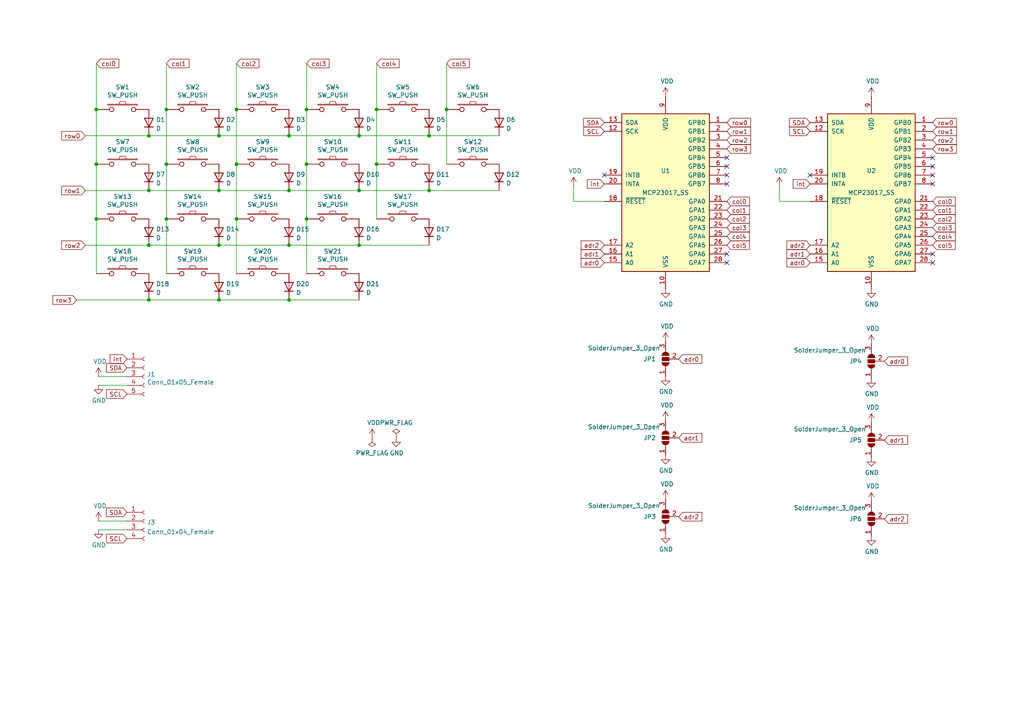
<source format=kicad_sch>
(kicad_sch (version 20211123) (generator eeschema)
  (paper "A4")
  (lib_symbols
    (symbol "Connector:Conn_01x04_Female" (pin_names (offset 1.016) hide)
      (property "Reference" "J" (at 0 5.08 0))
      (property "Value" "Conn_01x04_Female" (at 0 -7.62 0))
      (symbol "Conn_01x04_Female_1_1"
        (arc (start 0 -4.572) (mid -0.508 -5.08) (end 0 -5.588) (stroke (width 0.1524)))
        (arc (start 0 -2.032) (mid -0.508 -2.54) (end 0 -3.048) (stroke (width 0.1524)))
        (polyline (pts (xy -1.27 -5.08) (xy -0.508 -5.08)) (stroke (width 0.1524)))
        (polyline (pts (xy -1.27 -2.54) (xy -0.508 -2.54)) (stroke (width 0.1524)))
        (polyline (pts (xy -1.27 0) (xy -0.508 0)) (stroke (width 0.1524)))
        (polyline (pts (xy -1.27 2.54) (xy -0.508 2.54)) (stroke (width 0.1524)))
        (arc (start 0 0.508) (mid -0.508 0) (end 0 -0.508) (stroke (width 0.1524)))
        (arc (start 0 3.048) (mid -0.508 2.54) (end 0 2.032) (stroke (width 0.1524)))
        (pin passive line (at -5.08 2.54 0) (length 3.81) (name "Pin_1") (number "1"))
        (pin passive line (at -5.08 0 0) (length 3.81) (name "Pin_2") (number "2"))
        (pin passive line (at -5.08 -2.54 0) (length 3.81) (name "Pin_3") (number "3"))
        (pin passive line (at -5.08 -5.08 0) (length 3.81) (name "Pin_4") (number "4"))
      )
    )
    (symbol "Connector:Conn_01x05_Female" (pin_names (offset 1.016) hide)
      (property "Reference" "J" (at 0 7.62 0))
      (property "Value" "Conn_01x05_Female" (at 0 -7.62 0))
      (symbol "Conn_01x05_Female_1_1"
        (arc (start 0 -4.572) (mid -0.508 -5.08) (end 0 -5.588) (stroke (width 0.1524)))
        (arc (start 0 -2.032) (mid -0.508 -2.54) (end 0 -3.048) (stroke (width 0.1524)))
        (polyline (pts (xy -1.27 -5.08) (xy -0.508 -5.08)) (stroke (width 0.1524)))
        (polyline (pts (xy -1.27 -2.54) (xy -0.508 -2.54)) (stroke (width 0.1524)))
        (polyline (pts (xy -1.27 0) (xy -0.508 0)) (stroke (width 0.1524)))
        (polyline (pts (xy -1.27 2.54) (xy -0.508 2.54)) (stroke (width 0.1524)))
        (polyline (pts (xy -1.27 5.08) (xy -0.508 5.08)) (stroke (width 0.1524)))
        (arc (start 0 0.508) (mid -0.508 0) (end 0 -0.508) (stroke (width 0.1524)))
        (arc (start 0 3.048) (mid -0.508 2.54) (end 0 2.032) (stroke (width 0.1524)))
        (arc (start 0 5.588) (mid -0.508 5.08) (end 0 4.572) (stroke (width 0.1524)))
        (pin passive line (at -5.08 5.08 0) (length 3.81) (name "Pin_1") (number "1"))
        (pin passive line (at -5.08 2.54 0) (length 3.81) (name "Pin_2") (number "2"))
        (pin passive line (at -5.08 0 0) (length 3.81) (name "Pin_3") (number "3"))
        (pin passive line (at -5.08 -2.54 0) (length 3.81) (name "Pin_4") (number "4"))
        (pin passive line (at -5.08 -5.08 0) (length 3.81) (name "Pin_5") (number "5"))
      )
    )
    (symbol "Device:D" (pin_numbers hide) (pin_names (offset 1.016) hide)
      (property "Reference" "D" (at 0 2.54 0))
      (property "Value" "D" (at 0 -2.54 0))
      (symbol "D_0_1"
        (polyline (pts (xy -1.27 1.27) (xy -1.27 -1.27)) (stroke (width 0.254)))
        (polyline (pts (xy 1.27 0) (xy -1.27 0)))
        (polyline (pts (xy 1.27 1.27) (xy 1.27 -1.27) (xy -1.27 0) (xy 1.27 1.27)) (stroke (width 0.254)))
      )
      (symbol "D_1_1"
        (pin passive line (at -3.81 0 0) (length 2.54) (name "K") (number "1"))
        (pin passive line (at 3.81 0 180) (length 2.54) (name "A") (number "2"))
      )
    )
    (symbol "Interface_Expansion:MCP23017_SS" (pin_names (offset 1.016))
      (property "Reference" "U" (at -11.43 24.13 0))
      (property "Value" "MCP23017_SS" (at 0 0 0))
      (symbol "MCP23017_SS_0_1"
        (rectangle (start -12.7 22.86) (end 12.7 -22.86) (stroke (width 0.254)) (fill (type background)))
      )
      (symbol "MCP23017_SS_1_1"
        (pin bidirectional line (at 17.78 20.32 180) (length 5.08) (name "GPB0") (number "1"))
        (pin power_in line (at 0 -27.94 90) (length 5.08) (name "VSS") (number "10"))
        (pin no_connect line (at -12.7 15.24 0) (length 5.08) hide (name "NC") (number "11"))
        (pin input line (at -17.78 17.78 0) (length 5.08) (name "SCK") (number "12"))
        (pin bidirectional line (at -17.78 20.32 0) (length 5.08) (name "SDA") (number "13"))
        (pin no_connect line (at -12.7 12.7 0) (length 5.08) hide (name "NC") (number "14"))
        (pin input line (at -17.78 -20.32 0) (length 5.08) (name "A0") (number "15"))
        (pin input line (at -17.78 -17.78 0) (length 5.08) (name "A1") (number "16"))
        (pin input line (at -17.78 -15.24 0) (length 5.08) (name "A2") (number "17"))
        (pin input line (at -17.78 -2.54 0) (length 5.08) (name "~{RESET}") (number "18"))
        (pin tri_state line (at -17.78 5.08 0) (length 5.08) (name "INTB") (number "19"))
        (pin bidirectional line (at 17.78 17.78 180) (length 5.08) (name "GPB1") (number "2"))
        (pin tri_state line (at -17.78 2.54 0) (length 5.08) (name "INTA") (number "20"))
        (pin bidirectional line (at 17.78 -2.54 180) (length 5.08) (name "GPA0") (number "21"))
        (pin bidirectional line (at 17.78 -5.08 180) (length 5.08) (name "GPA1") (number "22"))
        (pin bidirectional line (at 17.78 -7.62 180) (length 5.08) (name "GPA2") (number "23"))
        (pin bidirectional line (at 17.78 -10.16 180) (length 5.08) (name "GPA3") (number "24"))
        (pin bidirectional line (at 17.78 -12.7 180) (length 5.08) (name "GPA4") (number "25"))
        (pin bidirectional line (at 17.78 -15.24 180) (length 5.08) (name "GPA5") (number "26"))
        (pin bidirectional line (at 17.78 -17.78 180) (length 5.08) (name "GPA6") (number "27"))
        (pin bidirectional line (at 17.78 -20.32 180) (length 5.08) (name "GPA7") (number "28"))
        (pin bidirectional line (at 17.78 15.24 180) (length 5.08) (name "GPB2") (number "3"))
        (pin bidirectional line (at 17.78 12.7 180) (length 5.08) (name "GPB3") (number "4"))
        (pin bidirectional line (at 17.78 10.16 180) (length 5.08) (name "GPB4") (number "5"))
        (pin bidirectional line (at 17.78 7.62 180) (length 5.08) (name "GPB5") (number "6"))
        (pin bidirectional line (at 17.78 5.08 180) (length 5.08) (name "GPB6") (number "7"))
        (pin bidirectional line (at 17.78 2.54 180) (length 5.08) (name "GPB7") (number "8"))
        (pin power_in line (at 0 27.94 270) (length 5.08) (name "VDD") (number "9"))
      )
    )
    (symbol "Jumper:SolderJumper_3_Open" (pin_names (offset 0) hide)
      (property "Reference" "JP" (at -2.54 -2.54 0))
      (property "Value" "SolderJumper_3_Open" (at 0 2.794 0))
      (symbol "SolderJumper_3_Open_0_1"
        (arc (start -1.016 1.016) (mid -2.032 0) (end -1.016 -1.016))
        (arc (start -1.016 1.016) (mid -2.032 0) (end -1.016 -1.016) (fill (type outline)))
        (rectangle (start -0.508 1.016) (end 0.508 -1.016) (fill (type outline)))
        (polyline (pts (xy -2.54 0) (xy -2.032 0)))
        (polyline (pts (xy -1.016 1.016) (xy -1.016 -1.016)))
        (polyline (pts (xy 0 -1.27) (xy 0 -1.016)))
        (polyline (pts (xy 1.016 1.016) (xy 1.016 -1.016)))
        (polyline (pts (xy 2.54 0) (xy 2.032 0)))
        (arc (start 1.016 -1.016) (mid 2.032 0) (end 1.016 1.016))
        (arc (start 1.016 -1.016) (mid 2.032 0) (end 1.016 1.016) (fill (type outline)))
      )
      (symbol "SolderJumper_3_Open_1_1"
        (pin passive line (at -5.08 0 0) (length 2.54) (name "A") (number "1"))
        (pin passive line (at 0 -3.81 90) (length 2.54) (name "C") (number "2"))
        (pin passive line (at 5.08 0 180) (length 2.54) (name "B") (number "3"))
      )
    )
    (symbol "mammoth:SW_PUSH" (pin_numbers hide) (pin_names (offset 1.016) hide)
      (property "Reference" "SW" (at 3.81 2.794 0))
      (property "Value" "SW_PUSH" (at 0 -2.032 0))
      (symbol "SW_PUSH_0_1"
        (rectangle (start -4.318 1.27) (end 4.318 1.524))
        (polyline (pts (xy -1.016 1.524) (xy -0.762 2.286) (xy 0.762 2.286) (xy 1.016 1.524)))
        (pin passive inverted (at -7.62 0 0) (length 5.08) (name "1") (number "1"))
        (pin passive inverted (at 7.62 0 180) (length 5.08) (name "2") (number "2"))
      )
    )
    (symbol "power:GND" (power) (pin_names (offset 0))
      (property "Value" "GND" (at 0 -3.81 0))
      (symbol "GND_0_1"
        (polyline (pts (xy 0 0) (xy 0 -1.27) (xy 1.27 -1.27) (xy 0 -2.54) (xy -1.27 -1.27) (xy 0 -1.27)))
      )
      (symbol "GND_1_1"
        (pin power_in line (at 0 0 270) (length 0) hide (name "GND") (number "1"))
      )
    )
    (symbol "power:PWR_FLAG" (power) (pin_numbers hide) (pin_names (offset 0) hide)
      (property "Value" "PWR_FLAG" (at 0 3.81 0))
      (symbol "PWR_FLAG_0_0"
        (pin power_out line (at 0 0 90) (length 0) (name "pwr") (number "1"))
      )
      (symbol "PWR_FLAG_0_1"
        (polyline (pts (xy 0 0) (xy 0 1.27) (xy -1.016 1.905) (xy 0 2.54) (xy 1.016 1.905) (xy 0 1.27)))
      )
    )
    (symbol "power:VDD" (power) (pin_names (offset 0))
      (property "Value" "VDD" (at 0 3.81 0))
      (symbol "VDD_0_1"
        (polyline (pts (xy -0.762 1.27) (xy 0 2.54)))
        (polyline (pts (xy 0 0) (xy 0 2.54)))
        (polyline (pts (xy 0 2.54) (xy 0.762 1.27)))
      )
      (symbol "VDD_1_1"
        (pin power_in line (at 0 0 90) (length 0) hide (name "VDD") (number "1"))
      )
    )
  )
  (junction (at 48.26 31.75))
  (junction (at 63.5 55.245))
  (junction (at 63.5 86.995))
  (junction (at 104.14 55.245))
  (junction (at 104.14 39.37))
  (junction (at 68.58 63.5))
  (junction (at 68.58 47.625))
  (junction (at 83.82 39.37))
  (junction (at 104.14 71.12))
  (junction (at 48.26 47.625))
  (junction (at 43.18 39.37))
  (junction (at 27.94 47.625))
  (junction (at 48.26 63.5))
  (junction (at 88.9 31.75))
  (junction (at 83.82 55.245))
  (junction (at 109.22 47.625))
  (junction (at 43.18 71.12))
  (junction (at 27.94 63.5))
  (junction (at 109.22 31.75))
  (junction (at 124.46 55.245))
  (junction (at 27.94 31.75))
  (junction (at 43.18 86.995))
  (junction (at 63.5 39.37))
  (junction (at 124.46 39.37))
  (junction (at 83.82 71.12))
  (junction (at 68.58 31.75))
  (junction (at 63.5 71.12))
  (junction (at 43.18 55.245))
  (junction (at 88.9 63.5))
  (junction (at 83.82 86.995))
  (junction (at 129.54 31.75))
  (junction (at 88.9 47.625))
  (no_connect (at 270.51 50.8))
  (no_connect (at 270.51 73.66))
  (no_connect (at 210.82 73.66))
  (no_connect (at 210.82 76.2))
  (no_connect (at 210.82 45.72))
  (no_connect (at 210.82 48.26))
  (no_connect (at 210.82 50.8))
  (no_connect (at 210.82 53.34))
  (no_connect (at 270.51 45.72))
  (no_connect (at 270.51 53.34))
  (no_connect (at 270.51 76.2))
  (no_connect (at 270.51 48.26))
  (no_connect (at 234.95 50.8))
  (no_connect (at 175.26 50.8))
  (wire (pts (xy 68.58 47.625) (xy 68.58 63.5)))
  (wire (pts (xy 124.46 39.37) (xy 144.78 39.37)))
  (wire (pts (xy 104.14 71.12) (xy 124.46 71.12)))
  (wire (pts (xy 63.5 71.12) (xy 83.82 71.12)))
  (wire (pts (xy 68.58 18.415) (xy 68.58 31.75)))
  (wire (pts (xy 27.94 47.625) (xy 27.94 63.5)))
  (wire (pts (xy 27.94 63.5) (xy 27.94 79.375)))
  (wire (pts (xy 124.46 55.245) (xy 144.78 55.245)))
  (wire (pts (xy 27.94 18.415) (xy 27.94 31.75)))
  (wire (pts (xy 63.5 39.37) (xy 83.82 39.37)))
  (wire (pts (xy 68.58 31.75) (xy 68.58 47.625)))
  (wire (pts (xy 88.9 47.625) (xy 88.9 63.5)))
  (wire (pts (xy 24.765 39.37) (xy 43.18 39.37)))
  (wire (pts (xy 48.26 47.625) (xy 48.26 63.5)))
  (wire (pts (xy 63.5 86.995) (xy 83.82 86.995)))
  (wire (pts (xy 63.5 55.245) (xy 83.82 55.245)))
  (wire (pts (xy 129.54 31.75) (xy 129.54 47.625)))
  (wire (pts (xy 109.22 31.75) (xy 109.22 47.625)))
  (wire (pts (xy 24.765 71.12) (xy 43.18 71.12)))
  (wire (pts (xy 43.18 71.12) (xy 63.5 71.12)))
  (wire (pts (xy 226.06 53.975) (xy 226.06 58.42)))
  (wire (pts (xy 48.26 63.5) (xy 48.26 79.375)))
  (wire (pts (xy 27.94 31.75) (xy 27.94 47.625)))
  (wire (pts (xy 28.575 151.13) (xy 36.83 151.13)))
  (wire (pts (xy 109.22 47.625) (xy 109.22 63.5)))
  (wire (pts (xy 88.9 63.5) (xy 88.9 79.375)))
  (wire (pts (xy 48.26 31.75) (xy 48.26 47.625)))
  (wire (pts (xy 28.575 109.22) (xy 36.83 109.22)))
  (wire (pts (xy 83.82 86.995) (xy 104.14 86.995)))
  (wire (pts (xy 24.765 55.245) (xy 43.18 55.245)))
  (wire (pts (xy 22.225 86.995) (xy 43.18 86.995)))
  (wire (pts (xy 43.18 55.245) (xy 63.5 55.245)))
  (wire (pts (xy 48.26 18.415) (xy 48.26 31.75)))
  (wire (pts (xy 234.95 58.42) (xy 226.06 58.42)))
  (wire (pts (xy 104.14 39.37) (xy 124.46 39.37)))
  (wire (pts (xy 88.9 31.75) (xy 88.9 47.625)))
  (wire (pts (xy 104.14 55.245) (xy 124.46 55.245)))
  (wire (pts (xy 28.575 153.67) (xy 36.83 153.67)))
  (wire (pts (xy 166.37 53.975) (xy 166.37 58.42)))
  (wire (pts (xy 88.9 18.415) (xy 88.9 31.75)))
  (wire (pts (xy 83.82 71.12) (xy 104.14 71.12)))
  (wire (pts (xy 83.82 55.245) (xy 104.14 55.245)))
  (wire (pts (xy 109.22 18.415) (xy 109.22 31.75)))
  (wire (pts (xy 175.26 58.42) (xy 166.37 58.42)))
  (wire (pts (xy 68.58 63.5) (xy 68.58 79.375)))
  (wire (pts (xy 43.18 86.995) (xy 63.5 86.995)))
  (wire (pts (xy 129.54 18.415) (xy 129.54 31.75)))
  (wire (pts (xy 28.575 111.76) (xy 36.83 111.76)))
  (wire (pts (xy 43.18 39.37) (xy 63.5 39.37)))
  (wire (pts (xy 83.82 39.37) (xy 104.14 39.37)))
  (global_label "int" (shape input) (at 36.83 104.14 180) (property "シート間のリファレンス" "${INTERSHEET_REFS}" (effects hide)))
  (global_label "row3" (shape input) (at 210.82 43.18 0) (property "シート間のリファレンス" "${INTERSHEET_REFS}" (effects hide)))
  (global_label "SDA" (shape input) (at 234.95 35.56 180) (property "シート間のリファレンス" "${INTERSHEET_REFS}" (effects hide)))
  (global_label "col3" (shape input) (at 270.51 66.04 0) (property "シート間のリファレンス" "${INTERSHEET_REFS}" (effects hide)))
  (global_label "SDA" (shape input) (at 175.26 35.56 180) (property "シート間のリファレンス" "${INTERSHEET_REFS}" (effects hide)))
  (global_label "adr1" (shape input) (at 234.95 73.66 180) (property "シート間のリファレンス" "${INTERSHEET_REFS}" (effects hide)))
  (global_label "row0" (shape input) (at 24.765 39.37 180) (property "シート間のリファレンス" "${INTERSHEET_REFS}" (effects hide)))
  (global_label "adr2" (shape input) (at 234.95 71.12 180) (property "シート間のリファレンス" "${INTERSHEET_REFS}" (effects hide)))
  (global_label "SCL" (shape input) (at 175.26 38.1 180) (property "シート間のリファレンス" "${INTERSHEET_REFS}" (effects hide)))
  (global_label "col5" (shape input) (at 129.54 18.415 0) (property "シート間のリファレンス" "${INTERSHEET_REFS}" (effects hide)))
  (global_label "col4" (shape input) (at 210.82 68.58 0) (property "シート間のリファレンス" "${INTERSHEET_REFS}" (effects hide)))
  (global_label "col3" (shape input) (at 210.82 66.04 0) (property "シート間のリファレンス" "${INTERSHEET_REFS}" (effects hide)))
  (global_label "col2" (shape input) (at 270.51 63.5 0) (property "シート間のリファレンス" "${INTERSHEET_REFS}" (effects hide)))
  (global_label "adr2" (shape input) (at 196.85 149.86 0) (property "シート間のリファレンス" "${INTERSHEET_REFS}" (effects hide)))
  (global_label "SCL" (shape input) (at 36.83 156.21 180) (property "シート間のリファレンス" "${INTERSHEET_REFS}" (effects hide)))
  (global_label "row2" (shape input) (at 24.765 71.12 180) (property "シート間のリファレンス" "${INTERSHEET_REFS}" (effects hide)))
  (global_label "col1" (shape input) (at 48.26 18.415 0) (property "シート間のリファレンス" "${INTERSHEET_REFS}" (effects hide)))
  (global_label "row1" (shape input) (at 24.765 55.245 180) (property "シート間のリファレンス" "${INTERSHEET_REFS}" (effects hide)))
  (global_label "col2" (shape input) (at 68.58 18.415 0) (property "シート間のリファレンス" "${INTERSHEET_REFS}" (effects hide)))
  (global_label "SCL" (shape input) (at 234.95 38.1 180) (property "シート間のリファレンス" "${INTERSHEET_REFS}" (effects hide)))
  (global_label "adr2" (shape input) (at 256.54 150.495 0) (property "シート間のリファレンス" "${INTERSHEET_REFS}" (effects hide)))
  (global_label "adr0" (shape input) (at 256.54 104.775 0) (property "シート間のリファレンス" "${INTERSHEET_REFS}" (effects hide)))
  (global_label "col0" (shape input) (at 27.94 18.415 0) (property "シート間のリファレンス" "${INTERSHEET_REFS}" (effects hide)))
  (global_label "adr0" (shape input) (at 175.26 76.2 180) (property "シート間のリファレンス" "${INTERSHEET_REFS}" (effects hide)))
  (global_label "adr0" (shape input) (at 196.85 104.14 0) (property "シート間のリファレンス" "${INTERSHEET_REFS}" (effects hide)))
  (global_label "adr2" (shape input) (at 175.26 71.12 180) (property "シート間のリファレンス" "${INTERSHEET_REFS}" (effects hide)))
  (global_label "col0" (shape input) (at 210.82 58.42 0) (property "シート間のリファレンス" "${INTERSHEET_REFS}" (effects hide)))
  (global_label "adr0" (shape input) (at 234.95 76.2 180) (property "シート間のリファレンス" "${INTERSHEET_REFS}" (effects hide)))
  (global_label "row3" (shape input) (at 270.51 43.18 0) (property "シート間のリファレンス" "${INTERSHEET_REFS}" (effects hide)))
  (global_label "row0" (shape input) (at 270.51 35.56 0) (property "シート間のリファレンス" "${INTERSHEET_REFS}" (effects hide)))
  (global_label "int" (shape input) (at 234.95 53.34 180) (property "シート間のリファレンス" "${INTERSHEET_REFS}" (effects hide)))
  (global_label "row2" (shape input) (at 270.51 40.64 0) (property "シート間のリファレンス" "${INTERSHEET_REFS}" (effects hide)))
  (global_label "row3" (shape input) (at 22.225 86.995 180) (property "シート間のリファレンス" "${INTERSHEET_REFS}" (effects hide)))
  (global_label "col5" (shape input) (at 210.82 71.12 0) (property "シート間のリファレンス" "${INTERSHEET_REFS}" (effects hide)))
  (global_label "col3" (shape input) (at 88.9 18.415 0) (property "シート間のリファレンス" "${INTERSHEET_REFS}" (effects hide)))
  (global_label "adr1" (shape input) (at 256.54 127.635 0) (property "シート間のリファレンス" "${INTERSHEET_REFS}" (effects hide)))
  (global_label "SDA" (shape input) (at 36.83 148.59 180) (property "シート間のリファレンス" "${INTERSHEET_REFS}" (effects hide)))
  (global_label "row2" (shape input) (at 210.82 40.64 0) (property "シート間のリファレンス" "${INTERSHEET_REFS}" (effects hide)))
  (global_label "row1" (shape input) (at 210.82 38.1 0) (property "シート間のリファレンス" "${INTERSHEET_REFS}" (effects hide)))
  (global_label "col4" (shape input) (at 109.22 18.415 0) (property "シート間のリファレンス" "${INTERSHEET_REFS}" (effects hide)))
  (global_label "col4" (shape input) (at 270.51 68.58 0) (property "シート間のリファレンス" "${INTERSHEET_REFS}" (effects hide)))
  (global_label "col1" (shape input) (at 210.82 60.96 0) (property "シート間のリファレンス" "${INTERSHEET_REFS}" (effects hide)))
  (global_label "col2" (shape input) (at 210.82 63.5 0) (property "シート間のリファレンス" "${INTERSHEET_REFS}" (effects hide)))
  (global_label "adr1" (shape input) (at 175.26 73.66 180) (property "シート間のリファレンス" "${INTERSHEET_REFS}" (effects hide)))
  (global_label "col1" (shape input) (at 270.51 60.96 0) (property "シート間のリファレンス" "${INTERSHEET_REFS}" (effects hide)))
  (global_label "row0" (shape input) (at 210.82 35.56 0) (property "シート間のリファレンス" "${INTERSHEET_REFS}" (effects hide)))
  (global_label "SCL" (shape input) (at 36.83 114.3 180) (property "シート間のリファレンス" "${INTERSHEET_REFS}" (effects hide)))
  (global_label "col5" (shape input) (at 270.51 71.12 0) (property "シート間のリファレンス" "${INTERSHEET_REFS}" (effects hide)))
  (global_label "SDA" (shape input) (at 36.83 106.68 180) (property "シート間のリファレンス" "${INTERSHEET_REFS}" (effects hide)))
  (global_label "adr1" (shape input) (at 196.85 127 0) (property "シート間のリファレンス" "${INTERSHEET_REFS}" (effects hide)))
  (global_label "int" (shape input) (at 175.26 53.34 180) (property "シート間のリファレンス" "${INTERSHEET_REFS}" (effects hide)))
  (global_label "row1" (shape input) (at 270.51 38.1 0) (property "シート間のリファレンス" "${INTERSHEET_REFS}" (effects hide)))
  (global_label "col0" (shape input) (at 270.51 58.42 0) (property "シート間のリファレンス" "${INTERSHEET_REFS}" (effects hide)))
  (symbol (lib_id "mammoth:SW_PUSH") (at 35.56 31.75 0) (unit 1)
    (property "Reference" "SW1" (at 35.56 25.273 0))
    (property "Value" "SW_PUSH" (at 35.56 27.5844 0))
    (property "Footprint" "mammoth:MX_Hotswap_R_1u" (effects hide))
  )
  (symbol (lib_id "mammoth:SW_PUSH") (at 55.88 31.75 0) (unit 1)
    (property "Reference" "SW2" (at 55.88 25.273 0))
    (property "Value" "SW_PUSH" (at 55.88 27.5844 0))
    (property "Footprint" "mammoth:MX_Hotswap_R_1u" (effects hide))
  )
  (symbol (lib_id "mammoth:SW_PUSH") (at 76.2 31.75 0) (unit 1)
    (property "Reference" "SW3" (at 76.2 25.273 0))
    (property "Value" "SW_PUSH" (at 76.2 27.5844 0))
    (property "Footprint" "mammoth:MX_Hotswap_R_1u" (effects hide))
  )
  (symbol (lib_id "mammoth:SW_PUSH") (at 96.52 31.75 0) (unit 1)
    (property "Reference" "SW4" (at 96.52 25.273 0))
    (property "Value" "SW_PUSH" (at 96.52 27.5844 0))
    (property "Footprint" "mammoth:MX_Hotswap_R_1u" (effects hide))
  )
  (symbol (lib_id "mammoth:SW_PUSH") (at 116.84 31.75 0) (unit 1)
    (property "Reference" "SW5" (at 116.84 25.273 0))
    (property "Value" "SW_PUSH" (at 116.84 27.5844 0))
    (property "Footprint" "mammoth:MX_Hotswap_R_1u" (effects hide))
  )
  (symbol (lib_id "mammoth:SW_PUSH") (at 137.16 31.75 0) (unit 1)
    (property "Reference" "SW6" (at 137.16 25.273 0))
    (property "Value" "SW_PUSH" (at 137.16 27.5844 0))
    (property "Footprint" "mammoth:MX_Hotswap_R_1u" (effects hide))
  )
  (symbol (lib_id "mammoth:SW_PUSH") (at 35.56 47.625 0) (unit 1)
    (property "Reference" "SW7" (at 35.56 41.148 0))
    (property "Value" "SW_PUSH" (at 35.56 43.4594 0))
    (property "Footprint" "mammoth:MX_Hotswap_R_1u" (effects hide))
  )
  (symbol (lib_id "mammoth:SW_PUSH") (at 55.88 47.625 0) (unit 1)
    (property "Reference" "SW8" (at 55.88 41.148 0))
    (property "Value" "SW_PUSH" (at 55.88 43.4594 0))
    (property "Footprint" "mammoth:MX_Hotswap_R_1u" (effects hide))
  )
  (symbol (lib_id "mammoth:SW_PUSH") (at 76.2 47.625 0) (unit 1)
    (property "Reference" "SW9" (at 76.2 41.148 0))
    (property "Value" "SW_PUSH" (at 76.2 43.4594 0))
    (property "Footprint" "mammoth:MX_Hotswap_R_1u" (effects hide))
  )
  (symbol (lib_id "mammoth:SW_PUSH") (at 96.52 47.625 0) (unit 1)
    (property "Reference" "SW10" (at 96.52 41.148 0))
    (property "Value" "SW_PUSH" (at 96.52 43.4594 0))
    (property "Footprint" "mammoth:MX_Hotswap_R_1u" (effects hide))
  )
  (symbol (lib_id "mammoth:SW_PUSH") (at 116.84 47.625 0) (unit 1)
    (property "Reference" "SW11" (at 116.84 41.148 0))
    (property "Value" "SW_PUSH" (at 116.84 43.4594 0))
    (property "Footprint" "mammoth:MX_Hotswap_R_1u" (effects hide))
  )
  (symbol (lib_id "mammoth:SW_PUSH") (at 137.16 47.625 0) (unit 1)
    (property "Reference" "SW12" (at 137.16 41.148 0))
    (property "Value" "SW_PUSH" (at 137.16 43.4594 0))
    (property "Footprint" "mammoth:MX_Hotswap_R_1u" (effects hide))
  )
  (symbol (lib_id "mammoth:SW_PUSH") (at 35.56 63.5 0) (unit 1)
    (property "Reference" "SW13" (at 35.56 57.023 0))
    (property "Value" "SW_PUSH" (at 35.56 59.3344 0))
    (property "Footprint" "mammoth:MX_Hotswap_R_1u" (effects hide))
  )
  (symbol (lib_id "mammoth:SW_PUSH") (at 55.88 63.5 0) (unit 1)
    (property "Reference" "SW14" (at 55.88 57.023 0))
    (property "Value" "SW_PUSH" (at 55.88 59.3344 0))
    (property "Footprint" "mammoth:MX_Hotswap_R_1u" (effects hide))
  )
  (symbol (lib_id "mammoth:SW_PUSH") (at 76.2 63.5 0) (unit 1)
    (property "Reference" "SW15" (at 76.2 57.023 0))
    (property "Value" "SW_PUSH" (at 76.2 59.3344 0))
    (property "Footprint" "mammoth:MX_Hotswap_R_1u" (effects hide))
  )
  (symbol (lib_id "mammoth:SW_PUSH") (at 96.52 63.5 0) (unit 1)
    (property "Reference" "SW16" (at 96.52 57.023 0))
    (property "Value" "SW_PUSH" (at 96.52 59.3344 0))
    (property "Footprint" "mammoth:MX_Hotswap_R_1u" (effects hide))
  )
  (symbol (lib_id "mammoth:SW_PUSH") (at 116.84 63.5 0) (unit 1)
    (property "Reference" "SW17" (at 116.84 57.023 0))
    (property "Value" "SW_PUSH" (at 116.84 59.3344 0))
    (property "Footprint" "mammoth:MX_Hotswap_R_1u" (effects hide))
  )
  (symbol (lib_id "mammoth:SW_PUSH") (at 35.56 79.375 0) (unit 1)
    (property "Reference" "SW18" (at 35.56 72.898 0))
    (property "Value" "SW_PUSH" (at 35.56 75.2094 0))
    (property "Footprint" "mammoth:MX_Hotswap_R_1u" (effects hide))
  )
  (symbol (lib_id "mammoth:SW_PUSH") (at 55.88 79.375 0) (unit 1)
    (property "Reference" "SW19" (at 55.88 72.898 0))
    (property "Value" "SW_PUSH" (at 55.88 75.2094 0))
    (property "Footprint" "mammoth:MX_Hotswap_R_1u" (effects hide))
  )
  (symbol (lib_id "mammoth:SW_PUSH") (at 76.2 79.375 0) (unit 1)
    (property "Reference" "SW20" (at 76.2 72.898 0))
    (property "Value" "SW_PUSH" (at 76.2 75.2094 0))
    (property "Footprint" "mammoth:MX_Hotswap_R_1u" (effects hide))
  )
  (symbol (lib_id "mammoth:SW_PUSH") (at 96.52 79.375 0) (unit 1)
    (property "Reference" "SW21" (at 96.52 72.898 0))
    (property "Value" "SW_PUSH" (at 96.52 75.2094 0))
    (property "Footprint" "mammoth:MX_Hotswap_R_1u" (effects hide))
  )
  (symbol (lib_id "power:GND") (at 193.04 83.82 0) (unit 1)
    (property "Reference" "#PWR028" (effects hide))
    (property "Value" "GND" (at 193.167 88.2142 0))
  )
  (symbol (lib_id "power:VDD") (at 193.04 27.94 0) (unit 1)
    (property "Reference" "#PWR01" (effects hide))
    (property "Value" "VDD" (at 193.4718 23.5458 0))
  )
  (symbol (lib_id "power:VDD") (at 166.37 53.975 0) (unit 1)
    (property "Reference" "#PWR015" (effects hide))
    (property "Value" "VDD" (at 166.8018 49.5808 0))
  )
  (symbol (lib_id "power:VDD") (at 107.95 127 0) (unit 1)
    (property "Reference" "#PWR030" (effects hide))
    (property "Value" "VDD" (at 108.3818 122.6058 0))
  )
  (symbol (lib_id "power:GND") (at 114.935 127 0) (unit 1)
    (property "Reference" "#PWR031" (effects hide))
    (property "Value" "GND" (at 115.062 131.3942 0))
  )
  (symbol (lib_id "power:PWR_FLAG") (at 114.935 127 0) (unit 1)
    (property "Reference" "#FLG02" (effects hide))
    (property "Value" "PWR_FLAG" (at 114.935 122.6058 0))
  )
  (symbol (lib_id "power:PWR_FLAG") (at 107.95 127 180) (unit 1)
    (property "Reference" "#FLG01" (effects hide))
    (property "Value" "PWR_FLAG" (at 107.95 131.3942 0))
  )
  (symbol (lib_id "Interface_Expansion:MCP23017_SS") (at 193.04 55.88 0) (unit 1)
    (property "Reference" "U1" (at 193.04 49.53 0))
    (property "Value" "MCP23017_SS" (at 193.04 55.88 0))
    (property "Footprint" "Package_SO:SSOP-28_5.3x10.2mm_P0.65mm" (effects hide))
    (property "Datasheet" "http://ww1.microchip.com/downloads/en/DeviceDoc/20001952C.pdf" (effects hide))
  )
  (symbol (lib_id "Connector:Conn_01x05_Female") (at 41.91 109.22 0) (unit 1)
    (property "Reference" "J1" (at 42.6212 108.5596 0) (effects (justify left)))
    (property "Value" "Conn_01x05_Female" (at 42.6212 110.871 0) (effects (justify left)))
    (property "Footprint" "mammoth:JST_ACH_BM05B-ACHSS-A-GAN-ETF_1x05-1MP_P1.20mm_Vertical_rev" (effects hide))
  )
  (symbol (lib_id "power:GND") (at 28.575 111.76 0) (unit 1)
    (property "Reference" "#PWR035" (effects hide))
    (property "Value" "GND" (at 28.702 116.1542 0))
  )
  (symbol (lib_id "power:VDD") (at 28.575 109.22 0) (unit 1)
    (property "Reference" "#PWR034" (effects hide))
    (property "Value" "VDD" (at 29.0068 104.8258 0))
  )
  (symbol (lib_id "power:GND") (at 252.73 109.855 0) (unit 1)
    (property "Reference" "#PWR08" (effects hide))
    (property "Value" "GND" (at 252.857 114.2492 0))
  )
  (symbol (lib_id "Device:D") (at 83.82 35.56 90) (unit 1)
    (property "Reference" "D3" (at 85.852 34.7253 90) (effects (justify right)))
    (property "Value" "D" (at 85.852 37.2622 90) (effects (justify right)))
    (property "Footprint" "mammoth:D_SOD-323_HandSoldering_rev" (effects hide))
  )
  (symbol (lib_id "Device:D") (at 104.14 35.56 90) (unit 1)
    (property "Reference" "D4" (at 106.172 34.7253 90) (effects (justify right)))
    (property "Value" "D" (at 106.172 37.2622 90) (effects (justify right)))
    (property "Footprint" "mammoth:D_SOD-323_HandSoldering_rev" (effects hide))
  )
  (symbol (lib_id "Device:D") (at 43.18 83.185 90) (unit 1)
    (property "Reference" "D18" (at 45.212 82.3503 90) (effects (justify right)))
    (property "Value" "D" (at 45.212 84.8872 90) (effects (justify right)))
    (property "Footprint" "mammoth:D_SOD-323_HandSoldering_rev" (effects hide))
  )
  (symbol (lib_id "Device:D") (at 43.18 67.31 90) (unit 1)
    (property "Reference" "D13" (at 45.212 66.4753 90) (effects (justify right)))
    (property "Value" "D" (at 45.212 69.0122 90) (effects (justify right)))
    (property "Footprint" "mammoth:D_SOD-323_HandSoldering_rev" (effects hide))
  )
  (symbol (lib_id "Jumper:SolderJumper_3_Open") (at 193.04 104.14 90) (unit 1)
    (property "Reference" "JP1" (at 188.4512 104.14 90))
    (property "Value" "SolderJumper_3_Open" (at 180.975 100.965 90))
    (property "Footprint" "Jumper:SolderJumper-3_P1.3mm_Open_Pad1.0x1.5mm" (effects hide))
  )
  (symbol (lib_id "power:GND") (at 193.04 132.08 0) (unit 1)
    (property "Reference" "#PWR011" (effects hide))
    (property "Value" "GND" (at 193.167 136.4742 0))
  )
  (symbol (lib_id "Jumper:SolderJumper_3_Open") (at 252.73 127.635 90) (unit 1)
    (property "Reference" "JP5" (at 248.1412 127.635 90))
    (property "Value" "SolderJumper_3_Open" (at 240.665 124.46 90))
    (property "Footprint" "Jumper:SolderJumper-3_P1.3mm_Open_Pad1.0x1.5mm" (effects hide))
  )
  (symbol (lib_id "Jumper:SolderJumper_3_Open") (at 193.04 149.86 90) (unit 1)
    (property "Reference" "JP3" (at 188.4512 149.86 90))
    (property "Value" "SolderJumper_3_Open" (at 180.975 146.685 90))
    (property "Footprint" "Jumper:SolderJumper-3_P1.3mm_Open_Pad1.0x1.5mm" (effects hide))
  )
  (symbol (lib_id "power:GND") (at 193.04 154.94 0) (unit 1)
    (property "Reference" "#PWR016" (effects hide))
    (property "Value" "GND" (at 193.167 159.3342 0))
  )
  (symbol (lib_id "power:VDD") (at 252.73 122.555 0) (unit 1)
    (property "Reference" "#PWR010" (effects hide))
    (property "Value" "VDD" (at 253.1618 118.1608 0))
  )
  (symbol (lib_id "Device:D") (at 43.18 35.56 90) (unit 1)
    (property "Reference" "D1" (at 45.212 34.7253 90) (effects (justify right)))
    (property "Value" "D" (at 45.212 37.2622 90) (effects (justify right)))
    (property "Footprint" "mammoth:D_SOD-323_HandSoldering_rev" (effects hide))
  )
  (symbol (lib_id "Device:D") (at 43.18 51.435 90) (unit 1)
    (property "Reference" "D7" (at 45.212 50.6003 90) (effects (justify right)))
    (property "Value" "D" (at 45.212 53.1372 90) (effects (justify right)))
    (property "Footprint" "mammoth:D_SOD-323_HandSoldering_rev" (effects hide))
  )
  (symbol (lib_id "Device:D") (at 83.82 51.435 90) (unit 1)
    (property "Reference" "D9" (at 85.852 50.6003 90) (effects (justify right)))
    (property "Value" "D" (at 85.852 53.1372 90) (effects (justify right)))
    (property "Footprint" "mammoth:D_SOD-323_HandSoldering_rev" (effects hide))
  )
  (symbol (lib_id "Device:D") (at 63.5 51.435 90) (unit 1)
    (property "Reference" "D8" (at 65.532 50.6003 90) (effects (justify right)))
    (property "Value" "D" (at 65.532 53.1372 90) (effects (justify right)))
    (property "Footprint" "mammoth:D_SOD-323_HandSoldering_rev" (effects hide))
  )
  (symbol (lib_id "Device:D") (at 104.14 67.31 90) (unit 1)
    (property "Reference" "D16" (at 106.172 66.4753 90) (effects (justify right)))
    (property "Value" "D" (at 106.172 69.0122 90) (effects (justify right)))
    (property "Footprint" "mammoth:D_SOD-323_HandSoldering_rev" (effects hide))
  )
  (symbol (lib_id "power:GND") (at 28.575 153.67 0) (unit 1)
    (property "Reference" "#PWR043" (effects hide))
    (property "Value" "GND" (at 28.702 158.0642 0))
  )
  (symbol (lib_id "Jumper:SolderJumper_3_Open") (at 193.04 127 90) (unit 1)
    (property "Reference" "JP2" (at 188.4512 127 90))
    (property "Value" "SolderJumper_3_Open" (at 180.975 123.825 90))
    (property "Footprint" "Jumper:SolderJumper-3_P1.3mm_Open_Pad1.0x1.5mm" (effects hide))
  )
  (symbol (lib_id "power:GND") (at 193.04 109.22 0) (unit 1)
    (property "Reference" "#PWR07" (effects hide))
    (property "Value" "GND" (at 193.167 113.6142 0))
  )
  (symbol (lib_id "power:VDD") (at 193.04 99.06 0) (unit 1)
    (property "Reference" "#PWR05" (effects hide))
    (property "Value" "VDD" (at 193.4718 94.6658 0))
  )
  (symbol (lib_id "power:VDD") (at 193.04 121.92 0) (unit 1)
    (property "Reference" "#PWR09" (effects hide))
    (property "Value" "VDD" (at 193.4718 117.5258 0))
  )
  (symbol (lib_id "power:GND") (at 252.73 155.575 0) (unit 1)
    (property "Reference" "#PWR017" (effects hide))
    (property "Value" "GND" (at 252.857 159.9692 0))
  )
  (symbol (lib_id "Jumper:SolderJumper_3_Open") (at 252.73 104.775 90) (unit 1)
    (property "Reference" "JP4" (at 248.1412 104.775 90))
    (property "Value" "SolderJumper_3_Open" (at 240.665 101.6 90))
    (property "Footprint" "Jumper:SolderJumper-3_P1.3mm_Open_Pad1.0x1.5mm" (effects hide))
  )
  (symbol (lib_id "Device:D") (at 124.46 67.31 90) (unit 1)
    (property "Reference" "D17" (at 126.492 66.4753 90) (effects (justify right)))
    (property "Value" "D" (at 126.492 69.0122 90) (effects (justify right)))
    (property "Footprint" "mammoth:D_SOD-323_HandSoldering_rev" (effects hide))
  )
  (symbol (lib_id "power:VDD") (at 252.73 99.695 0) (unit 1)
    (property "Reference" "#PWR06" (effects hide))
    (property "Value" "VDD" (at 253.1618 95.3008 0))
  )
  (symbol (lib_id "Connector:Conn_01x04_Female") (at 41.91 151.13 0) (unit 1)
    (property "Reference" "J3" (at 42.6212 151.4915 0) (effects (justify left)))
    (property "Value" "Conn_01x04_Female" (at 42.6212 154.2666 0) (effects (justify left)))
    (property "Footprint" "Connector_PinSocket_2.54mm:PinSocket_1x04_P2.54mm_Vertical" (effects hide))
  )
  (symbol (lib_id "power:GND") (at 252.73 132.715 0) (unit 1)
    (property "Reference" "#PWR012" (effects hide))
    (property "Value" "GND" (at 252.857 137.1092 0))
  )
  (symbol (lib_id "Device:D") (at 63.5 35.56 90) (unit 1)
    (property "Reference" "D2" (at 65.532 34.7253 90) (effects (justify right)))
    (property "Value" "D" (at 65.532 37.2622 90) (effects (justify right)))
    (property "Footprint" "mammoth:D_SOD-323_HandSoldering_rev" (effects hide))
  )
  (symbol (lib_id "Device:D") (at 83.82 67.31 90) (unit 1)
    (property "Reference" "D15" (at 85.852 66.4753 90) (effects (justify right)))
    (property "Value" "D" (at 85.852 69.0122 90) (effects (justify right)))
    (property "Footprint" "mammoth:D_SOD-323_HandSoldering_rev" (effects hide))
  )
  (symbol (lib_id "Interface_Expansion:MCP23017_SS") (at 252.73 55.88 0) (unit 1)
    (property "Reference" "U2" (at 252.73 49.53 0))
    (property "Value" "MCP23017_SS" (at 252.73 55.88 0))
    (property "Footprint" "Package_SO:SSOP-28_5.3x10.2mm_P0.65mm" (effects hide))
    (property "Datasheet" "http://ww1.microchip.com/downloads/en/DeviceDoc/20001952C.pdf" (effects hide))
  )
  (symbol (lib_id "power:VDD") (at 226.06 53.975 0) (unit 1)
    (property "Reference" "#PWR03" (effects hide))
    (property "Value" "VDD" (at 226.4918 49.5808 0))
  )
  (symbol (lib_id "Device:D") (at 144.78 35.56 90) (unit 1)
    (property "Reference" "D6" (at 146.812 34.7253 90) (effects (justify right)))
    (property "Value" "D" (at 146.812 37.2622 90) (effects (justify right)))
    (property "Footprint" "mammoth:D_SOD-323_HandSoldering_rev" (effects hide))
  )
  (symbol (lib_id "Device:D") (at 124.46 51.435 90) (unit 1)
    (property "Reference" "D11" (at 126.492 50.6003 90) (effects (justify right)))
    (property "Value" "D" (at 126.492 53.1372 90) (effects (justify right)))
    (property "Footprint" "mammoth:D_SOD-323_HandSoldering_rev" (effects hide))
  )
  (symbol (lib_id "Device:D") (at 63.5 83.185 90) (unit 1)
    (property "Reference" "D19" (at 65.532 82.3503 90) (effects (justify right)))
    (property "Value" "D" (at 65.532 84.8872 90) (effects (justify right)))
    (property "Footprint" "mammoth:D_SOD-323_HandSoldering_rev" (effects hide))
  )
  (symbol (lib_id "Device:D") (at 144.78 51.435 90) (unit 1)
    (property "Reference" "D12" (at 146.812 50.6003 90) (effects (justify right)))
    (property "Value" "D" (at 146.812 53.1372 90) (effects (justify right)))
    (property "Footprint" "mammoth:D_SOD-323_HandSoldering_rev" (effects hide))
  )
  (symbol (lib_id "Device:D") (at 104.14 83.185 90) (unit 1)
    (property "Reference" "D21" (at 106.172 82.3503 90) (effects (justify right)))
    (property "Value" "D" (at 106.172 84.8872 90) (effects (justify right)))
    (property "Footprint" "mammoth:D_SOD-323_HandSoldering_rev" (effects hide))
  )
  (symbol (lib_id "power:VDD") (at 252.73 27.94 0) (unit 1)
    (property "Reference" "#PWR02" (effects hide))
    (property "Value" "VDD" (at 253.1618 23.5458 0))
  )
  (symbol (lib_id "power:GND") (at 252.73 83.82 0) (unit 1)
    (property "Reference" "#PWR04" (effects hide))
    (property "Value" "GND" (at 252.857 88.2142 0))
  )
  (symbol (lib_id "Device:D") (at 124.46 35.56 90) (unit 1)
    (property "Reference" "D5" (at 126.492 34.7253 90) (effects (justify right)))
    (property "Value" "D" (at 126.492 37.2622 90) (effects (justify right)))
    (property "Footprint" "mammoth:D_SOD-323_HandSoldering_rev" (effects hide))
  )
  (symbol (lib_id "Device:D") (at 63.5 67.31 90) (unit 1)
    (property "Reference" "D14" (at 65.532 66.4753 90) (effects (justify right)))
    (property "Value" "D" (at 65.532 69.0122 90) (effects (justify right)))
    (property "Footprint" "mammoth:D_SOD-323_HandSoldering_rev" (effects hide))
  )
  (symbol (lib_id "Jumper:SolderJumper_3_Open") (at 252.73 150.495 90) (unit 1)
    (property "Reference" "JP6" (at 248.1412 150.495 90))
    (property "Value" "SolderJumper_3_Open" (at 240.665 147.32 90))
    (property "Footprint" "Jumper:SolderJumper-3_P1.3mm_Open_Pad1.0x1.5mm" (effects hide))
  )
  (symbol (lib_id "power:VDD") (at 28.575 151.13 0) (unit 1)
    (property "Reference" "#PWR042" (effects hide))
    (property "Value" "VDD" (at 29.0068 146.7358 0))
  )
  (symbol (lib_id "Device:D") (at 83.82 83.185 90) (unit 1)
    (property "Reference" "D20" (at 85.852 82.3503 90) (effects (justify right)))
    (property "Value" "D" (at 85.852 84.8872 90) (effects (justify right)))
    (property "Footprint" "mammoth:D_SOD-323_HandSoldering_rev" (effects hide))
  )
  (symbol (lib_id "power:VDD") (at 193.04 144.78 0) (unit 1)
    (property "Reference" "#PWR013" (effects hide))
    (property "Value" "VDD" (at 193.4718 140.3858 0))
  )
  (symbol (lib_id "power:VDD") (at 252.73 145.415 0) (unit 1)
    (property "Reference" "#PWR014" (effects hide))
    (property "Value" "VDD" (at 253.1618 141.0208 0))
  )
  (symbol (lib_id "Device:D") (at 104.14 51.435 90) (unit 1)
    (property "Reference" "D10" (at 106.172 50.6003 90) (effects (justify right)))
    (property "Value" "D" (at 106.172 53.1372 90) (effects (justify right)))
    (property "Footprint" "mammoth:D_SOD-323_HandSoldering_rev" (effects hide))
  )
)
</source>
